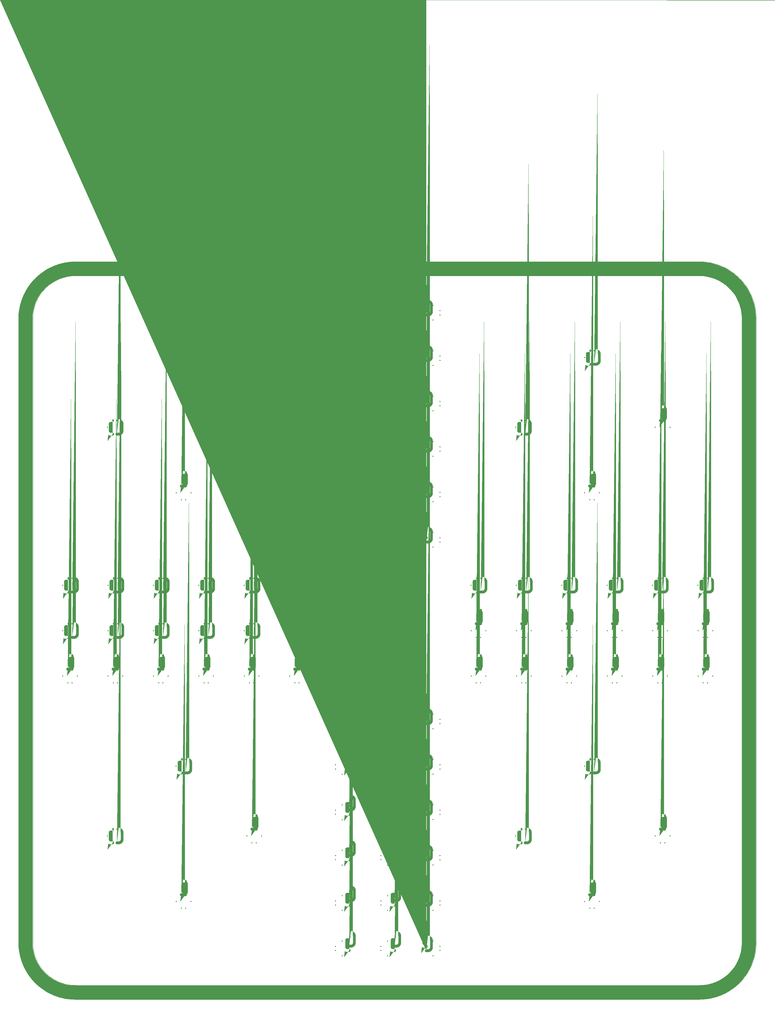
<source format=gts>
G04 #@! TF.GenerationSoftware,KiCad,Pcbnew,8.0.1*
G04 #@! TF.CreationDate,2024-08-27T15:58:47+05:30*
G04 #@! TF.ProjectId,Ludo,4c75646f-2e6b-4696-9361-645f70636258,rev?*
G04 #@! TF.SameCoordinates,Original*
G04 #@! TF.FileFunction,Soldermask,Top*
G04 #@! TF.FilePolarity,Negative*
%FSLAX46Y46*%
G04 Gerber Fmt 4.6, Leading zero omitted, Abs format (unit mm)*
G04 Created by KiCad (PCBNEW 8.0.1) date 2024-08-27 15:58:47*
%MOMM*%
%LPD*%
G01*
G04 APERTURE LIST*
G04 Aperture macros list*
%AMFreePoly0*
4,1,69,-0.030087,5.300342,0.041436,5.297796,0.178688,5.257493,0.299025,5.180154,0.392699,5.072045,0.452120,4.941924,0.472475,4.800333,0.452115,4.658743,0.392689,4.528624,0.299011,4.420518,0.178671,4.343184,0.041418,4.302885,-0.030105,4.300342,-0.684050,4.300354,-0.762693,4.298321,-0.916036,4.263324,-1.057746,4.195083,-1.180719,4.097018,-1.278786,3.974047,-1.347030,3.832338,
-1.382030,3.678996,-1.384064,3.600353,-1.384064,1.199854,-1.382028,1.121194,-1.347013,0.967820,-1.278740,0.826087,-1.180634,0.703105,-1.057616,0.605043,-0.915859,0.536821,-0.762473,0.501861,-0.683812,0.499853,-0.000179,0.500098,0.071403,0.497828,0.208780,0.457539,0.329239,0.380175,0.423019,0.272004,0.482521,0.141792,0.502922,0.000090,0.482571,-0.141619,0.423116,-0.271852,
0.329375,-0.380057,0.208944,-0.457464,0.071581,-0.497802,0.000000,-0.500098,-0.683940,-0.500147,-0.817544,-0.497673,-1.081464,-0.455889,-1.335598,-0.373332,-1.573688,-0.252034,-1.789870,-0.094983,-1.978821,0.093954,-2.135888,0.310125,-2.257202,0.548206,-2.339778,0.802334,-2.381580,1.066251,-2.384064,1.199855,-2.384064,3.600349,-2.381580,3.733948,-2.339781,3.997857,-2.257211,4.251978,
-2.135904,4.490053,-1.978847,4.706221,-1.789908,4.895157,-1.573738,5.052210,-1.335660,5.173513,-1.081538,5.256078,-0.817628,5.297873,-0.684029,5.300354,-0.030087,5.300342,-0.030087,5.300342,$1*%
%AMFreePoly1*
4,1,69,0.602903,5.300197,0.737165,5.298689,1.002636,5.258515,1.258492,5.177110,1.498371,5.056500,1.716310,4.899683,1.906889,4.710557,2.065369,4.493825,2.187812,4.254876,2.271172,3.999651,2.313377,3.734495,2.315912,3.600248,2.315912,1.199946,2.313294,1.066362,2.271500,0.802482,2.188941,0.548389,2.067650,0.310339,1.910615,0.094193,1.721700,-0.094726,1.505558,-0.251767,
1.267512,-0.373064,1.013421,-0.455629,0.749542,-0.497430,0.615958,-0.500054,0.000036,-0.500098,-0.071545,-0.497807,-0.208908,-0.457479,-0.329344,-0.380083,-0.423092,-0.271888,-0.482558,-0.141661,-0.502922,0.000044,-0.482533,0.141745,-0.423045,0.271961,-0.329278,0.380140,-0.208828,0.457516,-0.071458,0.497819,0.000123,0.500097,0.615741,0.499946,0.694396,0.501962,0.847767,0.536934,
0.989509,0.605163,1.112511,0.703225,1.210604,0.826203,1.278867,0.967928,1.313877,1.121291,1.315912,1.199945,1.315912,3.600247,1.313774,3.678273,1.279309,3.830472,1.212083,3.971302,1.115413,4.093806,0.994075,4.191936,0.854061,4.260845,0.702285,4.297129,0.624290,4.300197,-0.030068,4.300208,-0.101629,4.302498,-0.238955,4.342814,-0.359360,4.420186,-0.453089,4.528347,
-0.512548,4.658534,-0.532919,4.800198,-0.512553,4.941864,-0.453099,5.072053,-0.359375,5.180217,-0.238973,5.257594,-0.101648,5.297915,-0.030087,5.300208,0.602903,5.300197,0.602903,5.300197,$1*%
G04 Aperture macros list end*
%ADD10C,0.050000*%
%ADD11C,0.000000*%
%ADD12C,0.414020*%
%ADD13FreePoly0,270.000000*%
%ADD14FreePoly1,270.000000*%
%ADD15FreePoly0,180.000000*%
%ADD16FreePoly1,180.000000*%
%ADD17FreePoly0,0.000000*%
%ADD18FreePoly1,0.000000*%
%ADD19FreePoly0,90.000000*%
%ADD20FreePoly1,90.000000*%
%ADD21C,0.750000*%
%ADD22C,0.650000*%
%ADD23O,1.000000X1.600000*%
%ADD24O,1.000000X2.100000*%
%ADD25C,0.700000*%
G04 APERTURE END LIST*
D10*
X154210000Y-278735000D02*
X45210000Y-278735000D01*
X25210000Y-38735000D02*
G75*
G02*
X45210000Y-18735000I20000000J0D01*
G01*
X280210000Y-258735000D02*
G75*
G02*
X265210000Y-273735000I-15000000J0D01*
G01*
X265210000Y-278711805D02*
X156210000Y-278711805D01*
X45210000Y-273735000D02*
X154210000Y-273735000D01*
X25210000Y-258735000D02*
X25210000Y-38735000D01*
X265210000Y-18735000D02*
G75*
G02*
X285210000Y-38735000I0J-20000000D01*
G01*
X285210000Y-38735000D02*
X285210000Y-258735000D01*
D11*
G36*
X265498818Y-18784319D02*
G01*
X266395550Y-18824592D01*
X267289572Y-18905055D01*
X268179084Y-19025548D01*
X269062294Y-19185827D01*
X269937424Y-19385570D01*
X270802712Y-19624374D01*
X271656414Y-19901758D01*
X272496812Y-20217165D01*
X273322213Y-20569958D01*
X274130955Y-20959428D01*
X274921409Y-21384789D01*
X275691983Y-21845186D01*
X276441126Y-22339691D01*
X277167328Y-22867308D01*
X277869128Y-23426975D01*
X278545112Y-24017564D01*
X279193919Y-24637886D01*
X279814241Y-25286693D01*
X280404830Y-25962677D01*
X280964497Y-26664477D01*
X281492114Y-27390679D01*
X281986619Y-28139822D01*
X282447016Y-28910396D01*
X282872377Y-29700850D01*
X283261847Y-30509592D01*
X283614640Y-31334993D01*
X283930047Y-32175391D01*
X284207431Y-33029093D01*
X284446235Y-33894381D01*
X284645978Y-34769511D01*
X284806257Y-35652721D01*
X284926750Y-36542233D01*
X285007213Y-37436255D01*
X285047486Y-38332987D01*
X285050000Y-38781805D01*
X285050000Y-258781805D01*
X285047486Y-259230623D01*
X285007213Y-260127355D01*
X284926750Y-261021377D01*
X284806257Y-261910889D01*
X284645978Y-262794099D01*
X284446235Y-263669229D01*
X284207431Y-264534517D01*
X283930047Y-265388219D01*
X283614640Y-266228617D01*
X283261847Y-267054018D01*
X282872377Y-267862760D01*
X282447016Y-268653214D01*
X281986619Y-269423788D01*
X281492114Y-270172931D01*
X280964497Y-270899133D01*
X280404830Y-271600933D01*
X279814241Y-272276917D01*
X279193919Y-272925724D01*
X278545112Y-273546046D01*
X277869128Y-274136635D01*
X277167328Y-274696302D01*
X276441126Y-275223919D01*
X275691983Y-275718424D01*
X274921409Y-276178821D01*
X274130955Y-276604182D01*
X273322213Y-276993652D01*
X272496812Y-277346445D01*
X271656414Y-277661852D01*
X270802712Y-277939236D01*
X269937424Y-278178040D01*
X269062294Y-278377783D01*
X268179084Y-278538062D01*
X267289572Y-278658555D01*
X266395550Y-278739018D01*
X265498818Y-278779291D01*
X265050000Y-278781805D01*
X156050000Y-278782440D01*
X45050000Y-278781805D01*
X44601182Y-278779291D01*
X43704450Y-278739018D01*
X42810428Y-278658555D01*
X41920916Y-278538062D01*
X41037706Y-278377783D01*
X40162576Y-278178040D01*
X39297288Y-277939236D01*
X38443586Y-277661852D01*
X37603188Y-277346445D01*
X36777787Y-276993652D01*
X35969045Y-276604182D01*
X35178591Y-276178821D01*
X34408017Y-275718424D01*
X33658874Y-275223919D01*
X32932672Y-274696302D01*
X32230872Y-274136635D01*
X31554888Y-273546046D01*
X30906081Y-272925724D01*
X30285759Y-272276917D01*
X29695170Y-271600933D01*
X29135503Y-270899133D01*
X28607886Y-270172931D01*
X28113381Y-269423788D01*
X27652984Y-268653214D01*
X27227623Y-267862760D01*
X26838153Y-267054018D01*
X26485360Y-266228617D01*
X26169953Y-265388219D01*
X25892569Y-264534517D01*
X25653765Y-263669229D01*
X25454022Y-262794099D01*
X25293743Y-261910889D01*
X25173250Y-261021377D01*
X25092787Y-260127355D01*
X25052514Y-259230623D01*
X25050000Y-258781805D01*
X30050000Y-258781805D01*
X30052566Y-259174527D01*
X30093673Y-259958893D01*
X30175774Y-260740034D01*
X30298645Y-261515807D01*
X30461947Y-262284087D01*
X30665235Y-263042767D01*
X30907950Y-263789767D01*
X31189428Y-264523042D01*
X31508897Y-265240580D01*
X31865480Y-265940415D01*
X32258202Y-266620629D01*
X32685985Y-267279357D01*
X33147657Y-267914794D01*
X33641952Y-268525198D01*
X34167517Y-269108896D01*
X34722909Y-269664288D01*
X35306607Y-270189853D01*
X35917011Y-270684148D01*
X36552448Y-271145820D01*
X37211176Y-271573603D01*
X37891390Y-271966325D01*
X38591225Y-272322908D01*
X39308763Y-272642377D01*
X40042038Y-272923855D01*
X40789038Y-273166570D01*
X41547718Y-273369858D01*
X42315998Y-273533160D01*
X43091771Y-273656031D01*
X43872912Y-273738132D01*
X44657278Y-273779239D01*
X45050000Y-273781805D01*
X156050180Y-273781180D01*
X265050000Y-273781805D01*
X265442722Y-273779239D01*
X266227088Y-273738132D01*
X267008229Y-273656031D01*
X267784002Y-273533160D01*
X268552282Y-273369858D01*
X269310962Y-273166570D01*
X270057962Y-272923855D01*
X270791237Y-272642377D01*
X271508775Y-272322908D01*
X272208610Y-271966325D01*
X272888824Y-271573603D01*
X273547552Y-271145820D01*
X274182989Y-270684148D01*
X274793393Y-270189853D01*
X275377091Y-269664288D01*
X275932483Y-269108896D01*
X276458048Y-268525198D01*
X276952343Y-267914794D01*
X277414015Y-267279357D01*
X277841798Y-266620629D01*
X278234520Y-265940415D01*
X278591103Y-265240580D01*
X278910572Y-264523042D01*
X279192050Y-263789767D01*
X279434765Y-263042767D01*
X279638053Y-262284087D01*
X279801355Y-261515807D01*
X279924226Y-260740034D01*
X280006327Y-259958893D01*
X280047434Y-259174527D01*
X280050000Y-258781805D01*
X280050000Y-38781805D01*
X280047434Y-38389083D01*
X280006327Y-37604717D01*
X279924226Y-36823576D01*
X279801355Y-36047803D01*
X279638053Y-35279523D01*
X279434765Y-34520843D01*
X279192050Y-33773843D01*
X278910572Y-33040568D01*
X278591103Y-32323030D01*
X278234520Y-31623195D01*
X277841798Y-30942981D01*
X277414015Y-30284253D01*
X276952343Y-29648816D01*
X276458048Y-29038412D01*
X275932483Y-28454714D01*
X275377091Y-27899322D01*
X274793393Y-27373757D01*
X274182989Y-26879462D01*
X273547552Y-26417790D01*
X272888824Y-25990007D01*
X272208610Y-25597285D01*
X271508775Y-25240702D01*
X270791237Y-24921233D01*
X270057962Y-24639755D01*
X269310962Y-24397040D01*
X268552282Y-24193752D01*
X267784002Y-24030450D01*
X267008229Y-23907579D01*
X266227088Y-23825478D01*
X265442722Y-23784371D01*
X265050000Y-23781805D01*
X45050000Y-23781805D01*
X44657277Y-23784328D01*
X43872908Y-23825435D01*
X43091765Y-23907536D01*
X42315990Y-24030407D01*
X41547708Y-24193710D01*
X40789026Y-24396998D01*
X40042023Y-24639714D01*
X39308746Y-24921193D01*
X38591206Y-25240662D01*
X37891369Y-25597247D01*
X37211153Y-25989970D01*
X36552423Y-26417754D01*
X35916984Y-26879428D01*
X35306578Y-27373725D01*
X34722879Y-27899290D01*
X34167485Y-28454684D01*
X33641919Y-29038384D01*
X33147622Y-29648790D01*
X32685949Y-30284229D01*
X32258165Y-30942959D01*
X31865442Y-31623175D01*
X31508857Y-32323012D01*
X31189388Y-33040552D01*
X30907909Y-33773829D01*
X30665193Y-34520832D01*
X30461905Y-35279514D01*
X30298602Y-36047796D01*
X30175731Y-36823571D01*
X30093629Y-37604714D01*
X30052522Y-38389083D01*
X30050000Y-38781806D01*
X30050000Y-258781805D01*
X25050000Y-258781805D01*
X25050000Y-38781805D01*
X25052478Y-38332986D01*
X25092750Y-37436253D01*
X25173214Y-36542229D01*
X25293707Y-35652715D01*
X25453986Y-34769504D01*
X25653729Y-33894372D01*
X25892534Y-33029083D01*
X26169919Y-32175379D01*
X26485326Y-31334979D01*
X26838120Y-30509577D01*
X27227590Y-29700834D01*
X27652952Y-28910378D01*
X28113350Y-28139802D01*
X28607856Y-27390658D01*
X29135474Y-26664454D01*
X29695141Y-25962653D01*
X30285732Y-25286668D01*
X30906055Y-24637860D01*
X31554863Y-24017537D01*
X32230848Y-23426946D01*
X32932649Y-22867279D01*
X33658853Y-22339661D01*
X34407997Y-21845155D01*
X35178573Y-21384757D01*
X35969029Y-20959395D01*
X36777772Y-20569925D01*
X37603174Y-20217131D01*
X38443574Y-19901724D01*
X39297278Y-19624339D01*
X40162567Y-19385534D01*
X41037699Y-19185791D01*
X41920910Y-19025512D01*
X42810424Y-18905019D01*
X43704448Y-18824555D01*
X44601181Y-18784283D01*
X45050000Y-18781805D01*
X265050000Y-18781805D01*
X265498818Y-18784319D01*
G37*
D10*
X45210000Y-18735000D02*
X265210000Y-18735000D01*
X30210000Y-38735001D02*
X30210000Y-258735000D01*
X45210000Y-273735000D02*
G75*
G02*
X30210000Y-258735000I0J15000000D01*
G01*
X156210000Y-278735000D02*
X156210000Y-273735000D01*
X45210000Y-278735000D02*
G75*
G02*
X25210000Y-258735000I0J20000000D01*
G01*
X285210000Y-258735000D02*
G75*
G02*
X265210000Y-278735000I-20000000J0D01*
G01*
X280210000Y-258735000D02*
X280210000Y-38735000D01*
X265210000Y-23735000D02*
G75*
G02*
X280210000Y-38735000I0J-15000000D01*
G01*
X30210000Y-38735001D02*
G75*
G02*
X45210000Y-23735000I15000000J1D01*
G01*
X156210000Y-273735000D02*
X265210000Y-273735000D01*
X265210000Y-23735000D02*
X45210000Y-23735000D01*
X154210000Y-273735000D02*
X154210000Y-278735000D01*
D12*
G04 #@! TO.C,RGB30*
X171232540Y-82141340D03*
X173625213Y-84006633D03*
D13*
X168824871Y-84036729D03*
D12*
X173625187Y-85506633D03*
D14*
X168824979Y-85536728D03*
D12*
X171230000Y-87325480D03*
G04 #@! TD*
G04 #@! TO.C,RGB54*
X189843660Y-164757540D03*
X187978367Y-167150213D03*
D15*
X187948271Y-162349871D03*
D12*
X186478367Y-167150187D03*
D16*
X186448272Y-162349979D03*
D12*
X184659520Y-164755000D03*
G04 #@! TD*
G04 #@! TO.C,RGB8*
X88616340Y-132752460D03*
X90481633Y-130359787D03*
D17*
X90511729Y-135160129D03*
D12*
X91981633Y-130359813D03*
D18*
X92011728Y-135160021D03*
D12*
X93800480Y-132755000D03*
G04 #@! TD*
G04 #@! TO.C,RGB13*
X139227460Y-87368660D03*
X136834787Y-85503367D03*
D19*
X141635129Y-85473271D03*
D12*
X136834813Y-84003367D03*
D20*
X141635021Y-83973272D03*
D12*
X139230000Y-82184520D03*
G04 #@! TD*
G04 #@! TO.C,RGB56*
X171232540Y-194141340D03*
X173625213Y-196006633D03*
D13*
X168824871Y-196036729D03*
D12*
X173625187Y-197506633D03*
D14*
X168824979Y-197536728D03*
D12*
X171230000Y-199325480D03*
G04 #@! TD*
D21*
G04 #@! TO.C,SW2*
X120607840Y-21817360D03*
X118807840Y-21817360D03*
G04 #@! TD*
D12*
G04 #@! TO.C,RGB62*
X155227460Y-247368660D03*
X152834787Y-245503367D03*
D19*
X157635129Y-245473271D03*
D12*
X152834813Y-244003367D03*
D20*
X157635021Y-243973272D03*
D12*
X155230000Y-242184520D03*
G04 #@! TD*
G04 #@! TO.C,RGB67*
X139227460Y-263368660D03*
X136834787Y-261503367D03*
D19*
X141635129Y-261473271D03*
D12*
X136834813Y-260003367D03*
D20*
X141635021Y-259973272D03*
D12*
X139230000Y-258184520D03*
G04 #@! TD*
G04 #@! TO.C,RGB71*
X80616340Y-196502460D03*
X82481633Y-194109787D03*
D17*
X82511729Y-198910129D03*
D12*
X83981633Y-194109813D03*
D18*
X84011728Y-198910021D03*
D12*
X85800480Y-196505000D03*
G04 #@! TD*
G04 #@! TO.C,RGB32*
X171232540Y-114141340D03*
X173625213Y-116006633D03*
D13*
X168824871Y-116036729D03*
D12*
X173625187Y-117506633D03*
D14*
X168824979Y-117536728D03*
D12*
X171230000Y-119325480D03*
G04 #@! TD*
G04 #@! TO.C,RGB55*
X171232540Y-178141340D03*
X173625213Y-180006633D03*
D13*
X168824871Y-180036729D03*
D12*
X173625187Y-181506633D03*
D14*
X168824979Y-181536728D03*
D12*
X171230000Y-183325480D03*
G04 #@! TD*
G04 #@! TO.C,RGB57*
X171232540Y-210141340D03*
X173625213Y-212006633D03*
D13*
X168824871Y-212036729D03*
D12*
X173625187Y-213506633D03*
D14*
X168824979Y-213536728D03*
D12*
X171230000Y-215325480D03*
G04 #@! TD*
D22*
G04 #@! TO.C,J2*
X152340000Y-25547360D03*
X158120000Y-25547360D03*
D23*
X150910000Y-21897360D03*
D24*
X150910000Y-26077360D03*
D23*
X159550000Y-21897360D03*
D24*
X159550000Y-26077360D03*
G04 #@! TD*
D12*
G04 #@! TO.C,RGB17*
X155232540Y-34141340D03*
X157625213Y-36006633D03*
D13*
X152824871Y-36036729D03*
D12*
X157625187Y-37506633D03*
D14*
X152824979Y-37536728D03*
D12*
X155230000Y-39325480D03*
G04 #@! TD*
G04 #@! TO.C,RGB39*
X269843660Y-148757540D03*
X267978367Y-151150213D03*
D15*
X267948271Y-146349871D03*
D12*
X266478367Y-151150187D03*
D16*
X266448272Y-146349979D03*
D12*
X264659520Y-148755000D03*
G04 #@! TD*
G04 #@! TO.C,RGB82*
X45843660Y-164757540D03*
X43978367Y-167150213D03*
D15*
X43948271Y-162349871D03*
D12*
X42478367Y-167150187D03*
D16*
X42448272Y-162349979D03*
D12*
X40659520Y-164755000D03*
G04 #@! TD*
G04 #@! TO.C,RGB10*
X120616340Y-132752460D03*
X122481633Y-130359787D03*
D17*
X122511729Y-135160129D03*
D12*
X123981633Y-130359813D03*
D18*
X124011728Y-135160021D03*
D12*
X125800480Y-132755000D03*
G04 #@! TD*
G04 #@! TO.C,RGB70*
X56366340Y-221102460D03*
X58231633Y-218709787D03*
D17*
X58261729Y-223510129D03*
D12*
X59731633Y-218709813D03*
D18*
X59761728Y-223510021D03*
D12*
X61550480Y-221105000D03*
G04 #@! TD*
G04 #@! TO.C,RGB2*
X80616340Y-52502460D03*
X82481633Y-50109787D03*
D17*
X82511729Y-54910129D03*
D12*
X83981633Y-50109813D03*
D18*
X84011728Y-54910021D03*
D12*
X85800480Y-52505000D03*
G04 #@! TD*
G04 #@! TO.C,RGB23*
X171232540Y-34141340D03*
X173625213Y-36006633D03*
D13*
X168824871Y-36036729D03*
D12*
X173625187Y-37506633D03*
D14*
X168824979Y-37536728D03*
D12*
X171230000Y-39325480D03*
G04 #@! TD*
G04 #@! TO.C,RGB86*
X88616340Y-148752460D03*
X90481633Y-146359787D03*
D17*
X90511729Y-151160129D03*
D12*
X91981633Y-146359813D03*
D18*
X92011728Y-151160021D03*
D12*
X93800480Y-148755000D03*
G04 #@! TD*
G04 #@! TO.C,RGB27*
X229833660Y-100207540D03*
X227968367Y-102600213D03*
D15*
X227938271Y-97799871D03*
D12*
X226468367Y-102600187D03*
D16*
X226438272Y-97799979D03*
D12*
X224649520Y-100205000D03*
G04 #@! TD*
G04 #@! TO.C,RGB74*
X139227460Y-215368660D03*
X136834787Y-213503367D03*
D19*
X141635129Y-213473271D03*
D12*
X136834813Y-212003367D03*
D20*
X141635021Y-211973272D03*
D12*
X139230000Y-210184520D03*
G04 #@! TD*
G04 #@! TO.C,RGB26*
X254733660Y-77107540D03*
X252868367Y-79500213D03*
D15*
X252838271Y-74699871D03*
D12*
X251368367Y-79500187D03*
D16*
X251338272Y-74699979D03*
D12*
X249549520Y-77105000D03*
G04 #@! TD*
G04 #@! TO.C,RGB9*
X104616340Y-132752460D03*
X106481633Y-130359787D03*
D17*
X106511729Y-135160129D03*
D12*
X107981633Y-130359813D03*
D18*
X108011728Y-135160021D03*
D12*
X109800480Y-132755000D03*
G04 #@! TD*
G04 #@! TO.C,RGB41*
X237843660Y-148757540D03*
X235978367Y-151150213D03*
D15*
X235948271Y-146349871D03*
D12*
X234478367Y-151150187D03*
D16*
X234448272Y-146349979D03*
D12*
X232659520Y-148755000D03*
G04 #@! TD*
G04 #@! TO.C,RGB28*
X200356340Y-77102460D03*
X202221633Y-74709787D03*
D17*
X202251729Y-79510129D03*
D12*
X203721633Y-74709813D03*
D18*
X203751728Y-79510021D03*
D12*
X205540480Y-77105000D03*
G04 #@! TD*
G04 #@! TO.C,RGB37*
X248616340Y-132752460D03*
X250481633Y-130359787D03*
D17*
X250511729Y-135160129D03*
D12*
X251981633Y-130359813D03*
D18*
X252011728Y-135160021D03*
D12*
X253800480Y-132755000D03*
G04 #@! TD*
G04 #@! TO.C,RGB15*
X139227460Y-55368660D03*
X136834787Y-53503367D03*
D19*
X141635129Y-53473271D03*
D12*
X136834813Y-52003367D03*
D20*
X141635021Y-51973272D03*
D12*
X139230000Y-50184520D03*
G04 #@! TD*
G04 #@! TO.C,RGB24*
X171232540Y-50141340D03*
X173625213Y-52006633D03*
D13*
X168824871Y-52036729D03*
D12*
X173625187Y-53506633D03*
D14*
X168824979Y-53536728D03*
D12*
X171230000Y-55325480D03*
G04 #@! TD*
G04 #@! TO.C,RGB1*
X56366340Y-77102460D03*
X58231633Y-74709787D03*
D17*
X58261729Y-79510129D03*
D12*
X59731633Y-74709813D03*
D18*
X59761728Y-79510021D03*
D12*
X61550480Y-77105000D03*
G04 #@! TD*
G04 #@! TO.C,RGB31*
X171232540Y-98141340D03*
X173625213Y-100006633D03*
D13*
X168824871Y-100036729D03*
D12*
X173625187Y-101506633D03*
D14*
X168824979Y-101536728D03*
D12*
X171230000Y-103325480D03*
G04 #@! TD*
G04 #@! TO.C,RGB77*
X125843660Y-164757540D03*
X123978367Y-167150213D03*
D15*
X123948271Y-162349871D03*
D12*
X122478367Y-167150187D03*
D16*
X122448272Y-162349979D03*
D12*
X120659520Y-164755000D03*
G04 #@! TD*
G04 #@! TO.C,RGB33*
X184616340Y-132752460D03*
X186481633Y-130359787D03*
D17*
X186511729Y-135160129D03*
D12*
X187981633Y-130359813D03*
D18*
X188011728Y-135160021D03*
D12*
X189800480Y-132755000D03*
G04 #@! TD*
G04 #@! TO.C,RGB83*
X40616340Y-148752460D03*
X42481633Y-146359787D03*
D17*
X42511729Y-151160129D03*
D12*
X43981633Y-146359813D03*
D18*
X44011728Y-151160021D03*
D12*
X45800480Y-148755000D03*
G04 #@! TD*
G04 #@! TO.C,RGB48*
X229833660Y-244207540D03*
X227968367Y-246600213D03*
D15*
X227938271Y-241799871D03*
D12*
X226468367Y-246600187D03*
D16*
X226438272Y-241799979D03*
D12*
X224649520Y-244205000D03*
G04 #@! TD*
G04 #@! TO.C,RGB87*
X104616340Y-148752460D03*
X106481633Y-146359787D03*
D17*
X106511729Y-151160129D03*
D12*
X107981633Y-146359813D03*
D18*
X108011728Y-151160021D03*
D12*
X109800480Y-148755000D03*
G04 #@! TD*
G04 #@! TO.C,RGB69*
X85843660Y-244207540D03*
X83978367Y-246600213D03*
D15*
X83948271Y-241799871D03*
D12*
X82478367Y-246600187D03*
D16*
X82448272Y-241799979D03*
D12*
X80659520Y-244205000D03*
G04 #@! TD*
G04 #@! TO.C,RGB63*
X155227460Y-231368660D03*
X152834787Y-229503367D03*
D19*
X157635129Y-229473271D03*
D12*
X152834813Y-228003367D03*
D20*
X157635021Y-227973272D03*
D12*
X155230000Y-226184520D03*
G04 #@! TD*
D21*
G04 #@! TO.C,SW1*
X115907840Y-21957360D03*
X114107840Y-21957360D03*
G04 #@! TD*
D12*
G04 #@! TO.C,RGB16*
X139227460Y-39368660D03*
X136834787Y-37503367D03*
D19*
X141635129Y-37473271D03*
D12*
X136834813Y-36003367D03*
D20*
X141635021Y-35973272D03*
D12*
X139230000Y-34184520D03*
G04 #@! TD*
G04 #@! TO.C,RGB5*
X40616340Y-132752460D03*
X42481633Y-130359787D03*
D17*
X42511729Y-135160129D03*
D12*
X43981633Y-130359813D03*
D18*
X44011728Y-135160021D03*
D12*
X45800480Y-132755000D03*
G04 #@! TD*
G04 #@! TO.C,RGB7*
X72616340Y-132752460D03*
X74481633Y-130359787D03*
D17*
X74511729Y-135160129D03*
D12*
X75981633Y-130359813D03*
D18*
X76011728Y-135160021D03*
D12*
X77800480Y-132755000D03*
G04 #@! TD*
G04 #@! TO.C,RGB72*
X110743660Y-221107540D03*
X108878367Y-223500213D03*
D15*
X108848271Y-218699871D03*
D12*
X107378367Y-223500187D03*
D16*
X107348272Y-218699979D03*
D12*
X105559520Y-221105000D03*
G04 #@! TD*
G04 #@! TO.C,RGB29*
X171232540Y-66141340D03*
X173625213Y-68006633D03*
D13*
X168824871Y-68036729D03*
D12*
X173625187Y-69506633D03*
D14*
X168824979Y-69536728D03*
D12*
X171230000Y-71325480D03*
G04 #@! TD*
G04 #@! TO.C,RGB21*
X155232540Y-98141340D03*
X157625213Y-100006633D03*
D13*
X152824871Y-100036729D03*
D12*
X157625187Y-101506633D03*
D14*
X152824979Y-101536728D03*
D12*
X155230000Y-103325480D03*
G04 #@! TD*
G04 #@! TO.C,RGB22*
X155232540Y-114141340D03*
X157625213Y-116006633D03*
D13*
X152824871Y-116036729D03*
D12*
X157625187Y-117506633D03*
D14*
X152824979Y-117536728D03*
D12*
X155230000Y-119325480D03*
G04 #@! TD*
G04 #@! TO.C,RGB51*
X237843660Y-164757540D03*
X235978367Y-167150213D03*
D15*
X235948271Y-162349871D03*
D12*
X234478367Y-167150187D03*
D16*
X234448272Y-162349979D03*
D12*
X232659520Y-164755000D03*
G04 #@! TD*
G04 #@! TO.C,RGB47*
X254733660Y-221107540D03*
X252868367Y-223500213D03*
D15*
X252838271Y-218699871D03*
D12*
X251368367Y-223500187D03*
D16*
X251338272Y-218699979D03*
D12*
X249549520Y-221105000D03*
G04 #@! TD*
G04 #@! TO.C,RGB45*
X269843660Y-164757540D03*
X267978367Y-167150213D03*
D15*
X267948271Y-162349871D03*
D12*
X266478367Y-167150187D03*
D16*
X266448272Y-162349979D03*
D12*
X264659520Y-164755000D03*
G04 #@! TD*
G04 #@! TO.C,RGB42*
X221843660Y-148757540D03*
X219978367Y-151150213D03*
D15*
X219948271Y-146349871D03*
D12*
X218478367Y-151150187D03*
D16*
X218448272Y-146349979D03*
D12*
X216659520Y-148755000D03*
G04 #@! TD*
G04 #@! TO.C,RGB78*
X109843660Y-164757540D03*
X107978367Y-167150213D03*
D15*
X107948271Y-162349871D03*
D12*
X106478367Y-167150187D03*
D16*
X106448272Y-162349979D03*
D12*
X104659520Y-164755000D03*
G04 #@! TD*
G04 #@! TO.C,RGB43*
X205843660Y-148757540D03*
X203978367Y-151150213D03*
D15*
X203948271Y-146349871D03*
D12*
X202478367Y-151150187D03*
D16*
X202448272Y-146349979D03*
D12*
X200659520Y-148755000D03*
G04 #@! TD*
G04 #@! TO.C,RGB6*
X56616340Y-132752460D03*
X58481633Y-130359787D03*
D17*
X58511729Y-135160129D03*
D12*
X59981633Y-130359813D03*
D18*
X60011728Y-135160021D03*
D12*
X61800480Y-132755000D03*
G04 #@! TD*
G04 #@! TO.C,RGB58*
X171232540Y-226141340D03*
X173625213Y-228006633D03*
D13*
X168824871Y-228036729D03*
D12*
X173625187Y-229506633D03*
D14*
X168824979Y-229536728D03*
D12*
X171230000Y-231325480D03*
G04 #@! TD*
G04 #@! TO.C,RGB14*
X139227460Y-71368660D03*
X136834787Y-69503367D03*
D19*
X141635129Y-69473271D03*
D12*
X136834813Y-68003367D03*
D20*
X141635021Y-67973272D03*
D12*
X139230000Y-66184520D03*
G04 #@! TD*
G04 #@! TO.C,RGB65*
X155227460Y-199368660D03*
X152834787Y-197503367D03*
D19*
X157635129Y-197473271D03*
D12*
X152834813Y-196003367D03*
D20*
X157635021Y-195973272D03*
D12*
X155230000Y-194184520D03*
G04 #@! TD*
G04 #@! TO.C,RGB4*
X85843660Y-100207540D03*
X83978367Y-102600213D03*
D15*
X83948271Y-97799871D03*
D12*
X82478367Y-102600187D03*
D16*
X82448272Y-97799979D03*
D12*
X80659520Y-100205000D03*
G04 #@! TD*
D25*
G04 #@! TO.C,SW3*
X179115900Y-19889000D03*
X177415900Y-19889000D03*
G04 #@! TD*
D12*
G04 #@! TO.C,RGB19*
X155232540Y-66141340D03*
X157625213Y-68006633D03*
D13*
X152824871Y-68036729D03*
D12*
X157625187Y-69506633D03*
D14*
X152824979Y-69536728D03*
D12*
X155230000Y-71325480D03*
G04 #@! TD*
G04 #@! TO.C,RGB75*
X139227460Y-199368660D03*
X136834787Y-197503367D03*
D19*
X141635129Y-197473271D03*
D12*
X136834813Y-196003367D03*
D20*
X141635021Y-195973272D03*
D12*
X139230000Y-194184520D03*
G04 #@! TD*
G04 #@! TO.C,RGB59*
X171232540Y-242141340D03*
X173625213Y-244006633D03*
D13*
X168824871Y-244036729D03*
D12*
X173625187Y-245506633D03*
D14*
X168824979Y-245536728D03*
D12*
X171230000Y-247325480D03*
G04 #@! TD*
G04 #@! TO.C,RGB50*
X224606340Y-196502460D03*
X226471633Y-194109787D03*
D17*
X226501729Y-198910129D03*
D12*
X227971633Y-194109813D03*
D18*
X228001728Y-198910021D03*
D12*
X229790480Y-196505000D03*
G04 #@! TD*
G04 #@! TO.C,RGB46*
X253843660Y-164757540D03*
X251978367Y-167150213D03*
D15*
X251948271Y-162349871D03*
D12*
X250478367Y-167150187D03*
D16*
X250448272Y-162349979D03*
D12*
X248659520Y-164755000D03*
G04 #@! TD*
G04 #@! TO.C,RGB3*
X110743660Y-77107540D03*
X108878367Y-79500213D03*
D15*
X108848271Y-74699871D03*
D12*
X107378367Y-79500187D03*
D16*
X107348272Y-74699979D03*
D12*
X105559520Y-77105000D03*
G04 #@! TD*
G04 #@! TO.C,RGB11*
X139227460Y-119368660D03*
X136834787Y-117503367D03*
D19*
X141635129Y-117473271D03*
D12*
X136834813Y-116003367D03*
D20*
X141635021Y-115973272D03*
D12*
X139230000Y-114184520D03*
G04 #@! TD*
G04 #@! TO.C,RGB84*
X56616340Y-148752460D03*
X58481633Y-146359787D03*
D17*
X58511729Y-151160129D03*
D12*
X59981633Y-146359813D03*
D18*
X60011728Y-151160021D03*
D12*
X61800480Y-148755000D03*
G04 #@! TD*
G04 #@! TO.C,RGB44*
X189843660Y-148757540D03*
X187978367Y-151150213D03*
D15*
X187948271Y-146349871D03*
D12*
X186478367Y-151150187D03*
D16*
X186448272Y-146349979D03*
D12*
X184659520Y-148755000D03*
G04 #@! TD*
G04 #@! TO.C,RGB35*
X216616340Y-132752460D03*
X218481633Y-130359787D03*
D17*
X218511729Y-135160129D03*
D12*
X219981633Y-130359813D03*
D18*
X220011728Y-135160021D03*
D12*
X221800480Y-132755000D03*
G04 #@! TD*
G04 #@! TO.C,RGB85*
X72616340Y-148752460D03*
X74481633Y-146359787D03*
D17*
X74511729Y-151160129D03*
D12*
X75981633Y-146359813D03*
D18*
X76011728Y-151160021D03*
D12*
X77800480Y-148755000D03*
G04 #@! TD*
G04 #@! TO.C,RGB68*
X139227460Y-247368660D03*
X136834787Y-245503367D03*
D19*
X141635129Y-245473271D03*
D12*
X136834813Y-244003367D03*
D20*
X141635021Y-243973272D03*
D12*
X139230000Y-242184520D03*
G04 #@! TD*
G04 #@! TO.C,RGB64*
X155227460Y-215368660D03*
X152834787Y-213503367D03*
D19*
X157635129Y-213473271D03*
D12*
X152834813Y-212003367D03*
D20*
X157635021Y-211973272D03*
D12*
X155230000Y-210184520D03*
G04 #@! TD*
G04 #@! TO.C,RGB12*
X139227460Y-103368660D03*
X136834787Y-101503367D03*
D19*
X141635129Y-101473271D03*
D12*
X136834813Y-100003367D03*
D20*
X141635021Y-99973272D03*
D12*
X139230000Y-98184520D03*
G04 #@! TD*
G04 #@! TO.C,RGB20*
X155232540Y-82141340D03*
X157625213Y-84006633D03*
D13*
X152824871Y-84036729D03*
D12*
X157625187Y-85506633D03*
D14*
X152824979Y-85536728D03*
D12*
X155230000Y-87325480D03*
G04 #@! TD*
G04 #@! TO.C,RGB18*
X155232540Y-50141340D03*
X157625213Y-52006633D03*
D13*
X152824871Y-52036729D03*
D12*
X157625187Y-53506633D03*
D14*
X152824979Y-53536728D03*
D12*
X155230000Y-55325480D03*
G04 #@! TD*
G04 #@! TO.C,RGB81*
X61843660Y-164757540D03*
X59978367Y-167150213D03*
D15*
X59948271Y-162349871D03*
D12*
X58478367Y-167150187D03*
D16*
X58448272Y-162349979D03*
D12*
X56659520Y-164755000D03*
G04 #@! TD*
G04 #@! TO.C,RGB38*
X264616340Y-132752460D03*
X266481633Y-130359787D03*
D17*
X266511729Y-135160129D03*
D12*
X267981633Y-130359813D03*
D18*
X268011728Y-135160021D03*
D12*
X269800480Y-132755000D03*
G04 #@! TD*
G04 #@! TO.C,RGB80*
X77843660Y-164757540D03*
X75978367Y-167150213D03*
D15*
X75948271Y-162349871D03*
D12*
X74478367Y-167150187D03*
D16*
X74448272Y-162349979D03*
D12*
X72659520Y-164755000D03*
G04 #@! TD*
G04 #@! TO.C,RGB40*
X253843660Y-148757540D03*
X251978367Y-151150213D03*
D15*
X251948271Y-146349871D03*
D12*
X250478367Y-151150187D03*
D16*
X250448272Y-146349979D03*
D12*
X248659520Y-148755000D03*
G04 #@! TD*
G04 #@! TO.C,RGB25*
X224606340Y-52502460D03*
X226471633Y-50109787D03*
D17*
X226501729Y-54910129D03*
D12*
X227971633Y-50109813D03*
D18*
X228001728Y-54910021D03*
D12*
X229790480Y-52505000D03*
G04 #@! TD*
G04 #@! TO.C,RGB53*
X205843660Y-164757540D03*
X203978367Y-167150213D03*
D15*
X203948271Y-162349871D03*
D12*
X202478367Y-167150187D03*
D16*
X202448272Y-162349979D03*
D12*
X200659520Y-164755000D03*
G04 #@! TD*
G04 #@! TO.C,RGB49*
X200356340Y-221102460D03*
X202221633Y-218709787D03*
D17*
X202251729Y-223510129D03*
D12*
X203721633Y-218709813D03*
D18*
X203751728Y-223510021D03*
D12*
X205540480Y-221105000D03*
G04 #@! TD*
G04 #@! TO.C,RGB88*
X120616340Y-148752460D03*
X122481633Y-146359787D03*
D17*
X122511729Y-151160129D03*
D12*
X123981633Y-146359813D03*
D18*
X124011728Y-151160021D03*
D12*
X125800480Y-148755000D03*
G04 #@! TD*
G04 #@! TO.C,RGB34*
X200616340Y-132752460D03*
X202481633Y-130359787D03*
D17*
X202511729Y-135160129D03*
D12*
X203981633Y-130359813D03*
D18*
X204011728Y-135160021D03*
D12*
X205800480Y-132755000D03*
G04 #@! TD*
G04 #@! TO.C,RGB52*
X221843660Y-164757540D03*
X219978367Y-167150213D03*
D15*
X219948271Y-162349871D03*
D12*
X218478367Y-167150187D03*
D16*
X218448272Y-162349979D03*
D12*
X216659520Y-164755000D03*
G04 #@! TD*
G04 #@! TO.C,RGB73*
X139227460Y-231368660D03*
X136834787Y-229503367D03*
D19*
X141635129Y-229473271D03*
D12*
X136834813Y-228003367D03*
D20*
X141635021Y-227973272D03*
D12*
X139230000Y-226184520D03*
G04 #@! TD*
G04 #@! TO.C,RGB76*
X139227460Y-183368660D03*
X136834787Y-181503367D03*
D19*
X141635129Y-181473271D03*
D12*
X136834813Y-180003367D03*
D20*
X141635021Y-179973272D03*
D12*
X139230000Y-178184520D03*
G04 #@! TD*
G04 #@! TO.C,RGB61*
X155227460Y-263368660D03*
X152834787Y-261503367D03*
D19*
X157635129Y-261473271D03*
D12*
X152834813Y-260003367D03*
D20*
X157635021Y-259973272D03*
D12*
X155230000Y-258184520D03*
G04 #@! TD*
G04 #@! TO.C,RGB60*
X171232540Y-258141340D03*
X173625213Y-260006633D03*
D13*
X168824871Y-260036729D03*
D12*
X173625187Y-261506633D03*
D14*
X168824979Y-261536728D03*
D12*
X171230000Y-263325480D03*
G04 #@! TD*
G04 #@! TO.C,RGB79*
X93843660Y-164757540D03*
X91978367Y-167150213D03*
D15*
X91948271Y-162349871D03*
D12*
X90478367Y-167150187D03*
D16*
X90448272Y-162349979D03*
D12*
X88659520Y-164755000D03*
G04 #@! TD*
G04 #@! TO.C,RGB36*
X232616340Y-132752460D03*
X234481633Y-130359787D03*
D17*
X234511729Y-135160129D03*
D12*
X235981633Y-130359813D03*
D18*
X236011728Y-135160021D03*
D12*
X237800480Y-132755000D03*
G04 #@! TD*
G04 #@! TO.C,RGB66*
X155227460Y-183368660D03*
X152834787Y-181503367D03*
D19*
X157635129Y-181473271D03*
D12*
X152834813Y-180003367D03*
D20*
X157635021Y-179973272D03*
D12*
X155230000Y-178184520D03*
G04 #@! TD*
M02*

</source>
